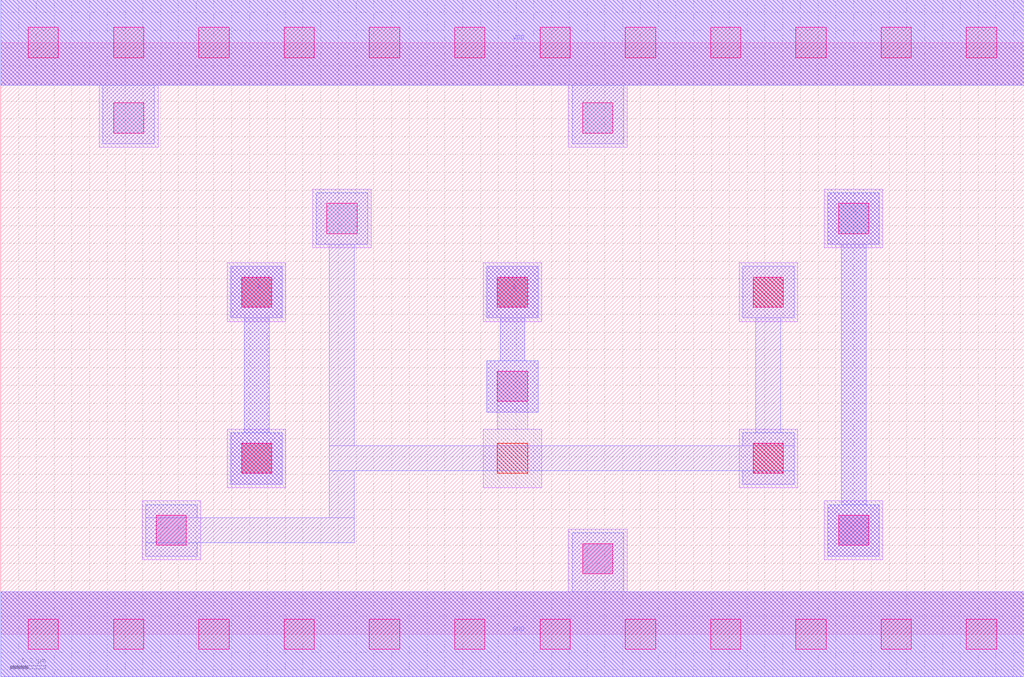
<source format=lef>
MACRO AND2X1
 CLASS CORE ;
 FOREIGN AND2X1 0 0 ;
 SIZE 5.76 BY 3.33 ;
 ORIGIN 0 0 ;
 SYMMETRY X Y R90 ;
 SITE unit ;
  PIN VDD
   DIRECTION INOUT ;
   USE POWER ;
   SHAPE ABUTMENT ;
    PORT
     CLASS CORE ;
       LAYER li1 ;
        RECT 0.00000000 3.09000000 5.76000000 3.57000000 ;
       LAYER met1 ;
        RECT 0.00000000 3.09000000 5.76000000 3.57000000 ;
    END
  END VDD

  PIN GND
   DIRECTION INOUT ;
   USE POWER ;
   SHAPE ABUTMENT ;
    PORT
     CLASS CORE ;
       LAYER li1 ;
        RECT 0.00000000 -0.24000000 5.76000000 0.24000000 ;
       LAYER met1 ;
        RECT 0.00000000 -0.24000000 5.76000000 0.24000000 ;
    END
  END GND

  PIN Y
   DIRECTION INOUT ;
   USE SIGNAL ;
   SHAPE ABUTMENT ;
    PORT
     CLASS CORE ;
       LAYER met1 ;
        RECT 4.65500000 0.44000000 4.94500000 0.73000000 ;
        RECT 4.73000000 0.73000000 4.87000000 2.19500000 ;
        RECT 4.65500000 2.19500000 4.94500000 2.48500000 ;
    END
  END Y

  PIN A
   DIRECTION INOUT ;
   USE SIGNAL ;
   SHAPE ABUTMENT ;
    PORT
     CLASS CORE ;
       LAYER met1 ;
        RECT 1.29500000 0.84500000 1.58500000 1.13500000 ;
        RECT 1.37000000 1.13500000 1.51000000 1.78000000 ;
        RECT 1.29500000 1.78000000 1.58500000 2.07000000 ;
    END
  END A

  PIN B
   DIRECTION INOUT ;
   USE SIGNAL ;
   SHAPE ABUTMENT ;
    PORT
     CLASS CORE ;
       LAYER met1 ;
        RECT 2.73500000 1.25000000 3.02500000 1.54000000 ;
        RECT 2.81000000 1.54000000 2.95000000 1.78000000 ;
        RECT 2.73500000 1.78000000 3.02500000 2.07000000 ;
    END
  END B

 OBS
    LAYER polycont ;
     RECT 1.35500000 0.90500000 1.52500000 1.07500000 ;
     RECT 2.79500000 0.90500000 2.96500000 1.07500000 ;
     RECT 4.23500000 0.90500000 4.40500000 1.07500000 ;
     RECT 1.35500000 1.84000000 1.52500000 2.01000000 ;
     RECT 2.79500000 1.84000000 2.96500000 2.01000000 ;
     RECT 4.23500000 1.84000000 4.40500000 2.01000000 ;

    LAYER pdiffc ;
     RECT 1.83500000 2.25500000 2.00500000 2.42500000 ;
     RECT 4.71500000 2.25500000 4.88500000 2.42500000 ;
     RECT 0.63500000 2.82000000 0.80500000 2.99000000 ;
     RECT 3.27500000 2.82000000 3.44500000 2.99000000 ;

    LAYER ndiffc ;
     RECT 3.27500000 0.34000000 3.44500000 0.51000000 ;
     RECT 0.87500000 0.50000000 1.04500000 0.67000000 ;
     RECT 4.71500000 0.50000000 4.88500000 0.67000000 ;

    LAYER li1 ;
     RECT 0.00000000 -0.24000000 5.76000000 0.24000000 ;
     RECT 3.19500000 0.24000000 3.52500000 0.59000000 ;
     RECT 0.79500000 0.42000000 1.12500000 0.75000000 ;
     RECT 4.63500000 0.42000000 4.96500000 0.75000000 ;
     RECT 1.27500000 0.82500000 1.60500000 1.15500000 ;
     RECT 4.15500000 0.82500000 4.48500000 1.15500000 ;
     RECT 2.71500000 0.82500000 3.04500000 1.15500000 ;
     RECT 2.79500000 1.15500000 2.96500000 1.48000000 ;
     RECT 1.27500000 1.76000000 1.60500000 2.09000000 ;
     RECT 2.71500000 1.76000000 3.04500000 2.09000000 ;
     RECT 4.15500000 1.76000000 4.48500000 2.09000000 ;
     RECT 1.75500000 2.17500000 2.08500000 2.50500000 ;
     RECT 4.63500000 2.17500000 4.96500000 2.50500000 ;
     RECT 0.55500000 2.74000000 0.88500000 3.09000000 ;
     RECT 3.19500000 2.74000000 3.52500000 3.09000000 ;
     RECT 0.00000000 3.09000000 5.76000000 3.57000000 ;

    LAYER viali ;
     RECT 0.15500000 -0.08500000 0.32500000 0.08500000 ;
     RECT 0.63500000 -0.08500000 0.80500000 0.08500000 ;
     RECT 1.11500000 -0.08500000 1.28500000 0.08500000 ;
     RECT 1.59500000 -0.08500000 1.76500000 0.08500000 ;
     RECT 2.07500000 -0.08500000 2.24500000 0.08500000 ;
     RECT 2.55500000 -0.08500000 2.72500000 0.08500000 ;
     RECT 3.03500000 -0.08500000 3.20500000 0.08500000 ;
     RECT 3.51500000 -0.08500000 3.68500000 0.08500000 ;
     RECT 3.99500000 -0.08500000 4.16500000 0.08500000 ;
     RECT 4.47500000 -0.08500000 4.64500000 0.08500000 ;
     RECT 4.95500000 -0.08500000 5.12500000 0.08500000 ;
     RECT 5.43500000 -0.08500000 5.60500000 0.08500000 ;
     RECT 3.27500000 0.34000000 3.44500000 0.51000000 ;
     RECT 0.87500000 0.50000000 1.04500000 0.67000000 ;
     RECT 4.71500000 0.50000000 4.88500000 0.67000000 ;
     RECT 1.35500000 0.90500000 1.52500000 1.07500000 ;
     RECT 4.23500000 0.90500000 4.40500000 1.07500000 ;
     RECT 2.79500000 1.31000000 2.96500000 1.48000000 ;
     RECT 1.35500000 1.84000000 1.52500000 2.01000000 ;
     RECT 2.79500000 1.84000000 2.96500000 2.01000000 ;
     RECT 4.23500000 1.84000000 4.40500000 2.01000000 ;
     RECT 1.83500000 2.25500000 2.00500000 2.42500000 ;
     RECT 4.71500000 2.25500000 4.88500000 2.42500000 ;
     RECT 0.63500000 2.82000000 0.80500000 2.99000000 ;
     RECT 3.27500000 2.82000000 3.44500000 2.99000000 ;
     RECT 0.15500000 3.24500000 0.32500000 3.41500000 ;
     RECT 0.63500000 3.24500000 0.80500000 3.41500000 ;
     RECT 1.11500000 3.24500000 1.28500000 3.41500000 ;
     RECT 1.59500000 3.24500000 1.76500000 3.41500000 ;
     RECT 2.07500000 3.24500000 2.24500000 3.41500000 ;
     RECT 2.55500000 3.24500000 2.72500000 3.41500000 ;
     RECT 3.03500000 3.24500000 3.20500000 3.41500000 ;
     RECT 3.51500000 3.24500000 3.68500000 3.41500000 ;
     RECT 3.99500000 3.24500000 4.16500000 3.41500000 ;
     RECT 4.47500000 3.24500000 4.64500000 3.41500000 ;
     RECT 4.95500000 3.24500000 5.12500000 3.41500000 ;
     RECT 5.43500000 3.24500000 5.60500000 3.41500000 ;

    LAYER met1 ;
     RECT 0.00000000 -0.24000000 5.76000000 0.24000000 ;
     RECT 3.21500000 0.24000000 3.50500000 0.57000000 ;
     RECT 1.29500000 0.84500000 1.58500000 1.13500000 ;
     RECT 1.37000000 1.13500000 1.51000000 1.78000000 ;
     RECT 1.29500000 1.78000000 1.58500000 2.07000000 ;
     RECT 2.73500000 1.25000000 3.02500000 1.54000000 ;
     RECT 2.81000000 1.54000000 2.95000000 1.78000000 ;
     RECT 2.73500000 1.78000000 3.02500000 2.07000000 ;
     RECT 0.81500000 0.44000000 1.10500000 0.51500000 ;
     RECT 0.81500000 0.51500000 1.99000000 0.65500000 ;
     RECT 0.81500000 0.65500000 1.10500000 0.73000000 ;
     RECT 1.85000000 0.65500000 1.99000000 0.92000000 ;
     RECT 4.17500000 0.84500000 4.46500000 0.92000000 ;
     RECT 1.85000000 0.92000000 4.46500000 1.06000000 ;
     RECT 4.17500000 1.06000000 4.46500000 1.13500000 ;
     RECT 4.25000000 1.13500000 4.39000000 1.78000000 ;
     RECT 4.17500000 1.78000000 4.46500000 2.07000000 ;
     RECT 1.85000000 1.06000000 1.99000000 2.19500000 ;
     RECT 1.77500000 2.19500000 2.06500000 2.48500000 ;
     RECT 4.65500000 0.44000000 4.94500000 0.73000000 ;
     RECT 4.73000000 0.73000000 4.87000000 2.19500000 ;
     RECT 4.65500000 2.19500000 4.94500000 2.48500000 ;
     RECT 0.57500000 2.76000000 0.86500000 3.09000000 ;
     RECT 3.21500000 2.76000000 3.50500000 3.09000000 ;
     RECT 0.00000000 3.09000000 5.76000000 3.57000000 ;

 END
END AND2X1

</source>
